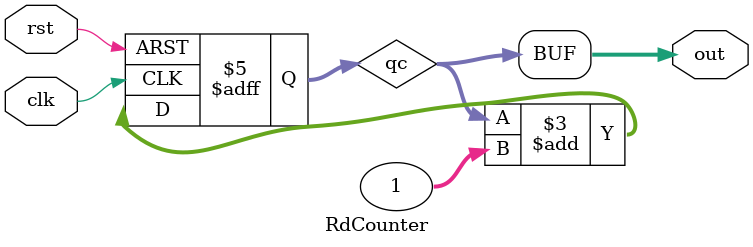
<source format=sv>
module RdCounter (
    clk,
    rst,
    out
);
  parameter N = 32;

  input logic clk, rst;
  output logic [N-1:0] out;

  // Initial value, in the next cycle it will be zero
  logic [N-1:0] qc = 0;
//  always @(posedge clk) begin
  always @(posedge clk or posedge rst) begin
    if (rst == 0) begin
      qc <= qc + 1;
    end else begin
      qc <= 0;
    end
  end

  assign out = qc;

endmodule

</source>
